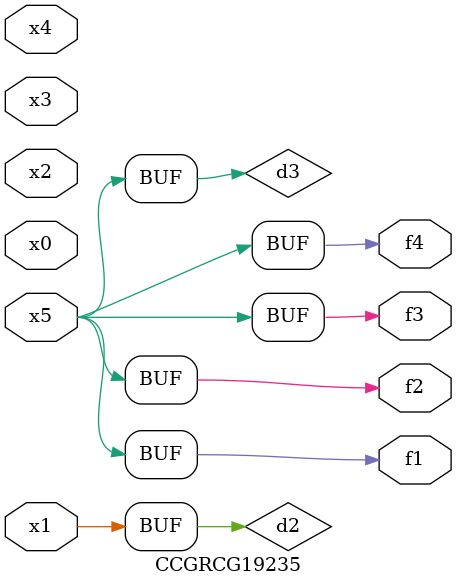
<source format=v>
module CCGRCG19235(
	input x0, x1, x2, x3, x4, x5,
	output f1, f2, f3, f4
);

	wire d1, d2, d3;

	not (d1, x5);
	or (d2, x1);
	xnor (d3, d1);
	assign f1 = d3;
	assign f2 = d3;
	assign f3 = d3;
	assign f4 = d3;
endmodule

</source>
